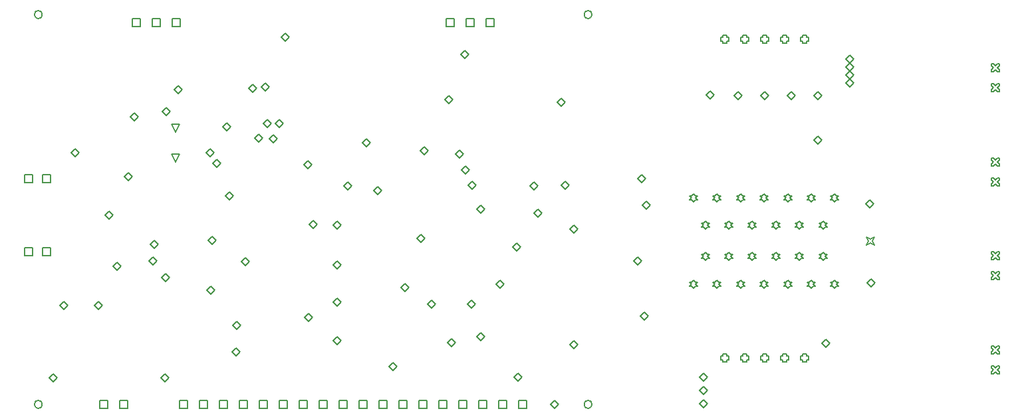
<source format=gbr>
%TF.GenerationSoftware,Altium Limited,Altium Designer,19.0.10 (269)*%
G04 Layer_Color=2752767*
%FSLAX26Y26*%
%MOIN*%
%TF.FileFunction,Drawing*%
%TF.Part,Single*%
G01*
G75*
%TA.AperFunction,NonConductor*%
%ADD98C,0.005000*%
%ADD99C,0.006667*%
D98*
X31181Y1210315D02*
Y1250315D01*
X71181D01*
Y1210315D01*
X31181D01*
X119764Y844173D02*
Y884173D01*
X159764D01*
Y844173D01*
X119764D01*
X31181D02*
Y884173D01*
X71181D01*
Y844173D01*
X31181D01*
X119764Y1210315D02*
Y1250315D01*
X159764D01*
Y1210315D01*
X119764D01*
X2342205Y1995748D02*
Y2035748D01*
X2382205D01*
Y1995748D01*
X2342205D01*
X2242205D02*
Y2035748D01*
X2282205D01*
Y1995748D01*
X2242205D01*
X2142205D02*
Y2035748D01*
X2182205D01*
Y1995748D01*
X2142205D01*
X570551D02*
Y2035748D01*
X610551D01*
Y1995748D01*
X570551D01*
X670551D02*
Y2035748D01*
X710551D01*
Y1995748D01*
X670551D01*
X770551D02*
Y2035748D01*
X810551D01*
Y1995748D01*
X770551D01*
X2506378Y78425D02*
Y118425D01*
X2546378D01*
Y78425D01*
X2506378D01*
X2406378D02*
Y118425D01*
X2446378D01*
Y78425D01*
X2406378D01*
X2306378D02*
Y118425D01*
X2346378D01*
Y78425D01*
X2306378D01*
X2206378D02*
Y118425D01*
X2246378D01*
Y78425D01*
X2206378D01*
X2106378D02*
Y118425D01*
X2146378D01*
Y78425D01*
X2106378D01*
X2006378D02*
Y118425D01*
X2046378D01*
Y78425D01*
X2006378D01*
X1906378D02*
Y118425D01*
X1946378D01*
Y78425D01*
X1906378D01*
X1806378D02*
Y118425D01*
X1846378D01*
Y78425D01*
X1806378D01*
X1706378D02*
Y118425D01*
X1746378D01*
Y78425D01*
X1706378D01*
X1606378D02*
Y118425D01*
X1646378D01*
Y78425D01*
X1606378D01*
X1506378D02*
Y118425D01*
X1546378D01*
Y78425D01*
X1506378D01*
X1406378D02*
Y118425D01*
X1446378D01*
Y78425D01*
X1406378D01*
X1306378D02*
Y118425D01*
X1346378D01*
Y78425D01*
X1306378D01*
X1206378D02*
Y118425D01*
X1246378D01*
Y78425D01*
X1206378D01*
X1106378D02*
Y118425D01*
X1146378D01*
Y78425D01*
X1106378D01*
X1006378D02*
Y118425D01*
X1046378D01*
Y78425D01*
X1006378D01*
X906378D02*
Y118425D01*
X946378D01*
Y78425D01*
X906378D01*
X806378D02*
Y118425D01*
X846378D01*
Y78425D01*
X806378D01*
X506378D02*
Y118425D01*
X546378D01*
Y78425D01*
X506378D01*
X406378D02*
Y118425D01*
X446378D01*
Y78425D01*
X406378D01*
X785433Y1314449D02*
X765433Y1354449D01*
X805433D01*
X785433Y1314449D01*
Y1464449D02*
X765433Y1504449D01*
X805433D01*
X785433Y1464449D01*
X3382677Y683307D02*
X3392677Y693307D01*
X3402677D01*
X3392677Y703307D01*
X3402677Y713307D01*
X3392677D01*
X3382677Y723307D01*
X3372677Y713307D01*
X3362677D01*
X3372677Y703307D01*
X3362677Y693307D01*
X3372677D01*
X3382677Y683307D01*
X3500787D02*
X3510787Y693307D01*
X3520787D01*
X3510787Y703307D01*
X3520787Y713307D01*
X3510787D01*
X3500787Y723307D01*
X3490787Y713307D01*
X3480787D01*
X3490787Y703307D01*
X3480787Y693307D01*
X3490787D01*
X3500787Y683307D01*
X3618898D02*
X3628898Y693307D01*
X3638898D01*
X3628898Y703307D01*
X3638898Y713307D01*
X3628898D01*
X3618898Y723307D01*
X3608898Y713307D01*
X3598898D01*
X3608898Y703307D01*
X3598898Y693307D01*
X3608898D01*
X3618898Y683307D01*
X3737008D02*
X3747008Y693307D01*
X3757008D01*
X3747008Y703307D01*
X3757008Y713307D01*
X3747008D01*
X3737008Y723307D01*
X3727008Y713307D01*
X3717008D01*
X3727008Y703307D01*
X3717008Y693307D01*
X3727008D01*
X3737008Y683307D01*
X3855118D02*
X3865118Y693307D01*
X3875118D01*
X3865118Y703307D01*
X3875118Y713307D01*
X3865118D01*
X3855118Y723307D01*
X3845118Y713307D01*
X3835118D01*
X3845118Y703307D01*
X3835118Y693307D01*
X3845118D01*
X3855118Y683307D01*
X3973228D02*
X3983228Y693307D01*
X3993228D01*
X3983228Y703307D01*
X3993228Y713307D01*
X3983228D01*
X3973228Y723307D01*
X3963228Y713307D01*
X3953228D01*
X3963228Y703307D01*
X3953228Y693307D01*
X3963228D01*
X3973228Y683307D01*
X4091339D02*
X4101339Y693307D01*
X4111339D01*
X4101339Y703307D01*
X4111339Y713307D01*
X4101339D01*
X4091339Y723307D01*
X4081339Y713307D01*
X4071339D01*
X4081339Y703307D01*
X4071339Y693307D01*
X4081339D01*
X4091339Y683307D01*
X3441732Y821102D02*
X3451732Y831102D01*
X3461732D01*
X3451732Y841102D01*
X3461732Y851102D01*
X3451732D01*
X3441732Y861102D01*
X3431732Y851102D01*
X3421732D01*
X3431732Y841102D01*
X3421732Y831102D01*
X3431732D01*
X3441732Y821102D01*
X3559843D02*
X3569843Y831102D01*
X3579843D01*
X3569843Y841102D01*
X3579843Y851102D01*
X3569843D01*
X3559843Y861102D01*
X3549843Y851102D01*
X3539843D01*
X3549843Y841102D01*
X3539843Y831102D01*
X3549843D01*
X3559843Y821102D01*
X3677953D02*
X3687953Y831102D01*
X3697953D01*
X3687953Y841102D01*
X3697953Y851102D01*
X3687953D01*
X3677953Y861102D01*
X3667953Y851102D01*
X3657953D01*
X3667953Y841102D01*
X3657953Y831102D01*
X3667953D01*
X3677953Y821102D01*
X3796063D02*
X3806063Y831102D01*
X3816063D01*
X3806063Y841102D01*
X3816063Y851102D01*
X3806063D01*
X3796063Y861102D01*
X3786063Y851102D01*
X3776063D01*
X3786063Y841102D01*
X3776063Y831102D01*
X3786063D01*
X3796063Y821102D01*
X3914173D02*
X3924173Y831102D01*
X3934173D01*
X3924173Y841102D01*
X3934173Y851102D01*
X3924173D01*
X3914173Y861102D01*
X3904173Y851102D01*
X3894173D01*
X3904173Y841102D01*
X3894173Y831102D01*
X3904173D01*
X3914173Y821102D01*
X4032284D02*
X4042284Y831102D01*
X4052284D01*
X4042284Y841102D01*
X4052284Y851102D01*
X4042284D01*
X4032284Y861102D01*
X4022284Y851102D01*
X4012284D01*
X4022284Y841102D01*
X4012284Y831102D01*
X4022284D01*
X4032284Y821102D01*
X3441732Y978583D02*
X3451732Y988583D01*
X3461732D01*
X3451732Y998583D01*
X3461732Y1008583D01*
X3451732D01*
X3441732Y1018583D01*
X3431732Y1008583D01*
X3421732D01*
X3431732Y998583D01*
X3421732Y988583D01*
X3431732D01*
X3441732Y978583D01*
X3559843D02*
X3569843Y988583D01*
X3579843D01*
X3569843Y998583D01*
X3579843Y1008583D01*
X3569843D01*
X3559843Y1018583D01*
X3549843Y1008583D01*
X3539843D01*
X3549843Y998583D01*
X3539843Y988583D01*
X3549843D01*
X3559843Y978583D01*
X3677953D02*
X3687953Y988583D01*
X3697953D01*
X3687953Y998583D01*
X3697953Y1008583D01*
X3687953D01*
X3677953Y1018583D01*
X3667953Y1008583D01*
X3657953D01*
X3667953Y998583D01*
X3657953Y988583D01*
X3667953D01*
X3677953Y978583D01*
X3796063D02*
X3806063Y988583D01*
X3816063D01*
X3806063Y998583D01*
X3816063Y1008583D01*
X3806063D01*
X3796063Y1018583D01*
X3786063Y1008583D01*
X3776063D01*
X3786063Y998583D01*
X3776063Y988583D01*
X3786063D01*
X3796063Y978583D01*
X3914173D02*
X3924173Y988583D01*
X3934173D01*
X3924173Y998583D01*
X3934173Y1008583D01*
X3924173D01*
X3914173Y1018583D01*
X3904173Y1008583D01*
X3894173D01*
X3904173Y998583D01*
X3894173Y988583D01*
X3904173D01*
X3914173Y978583D01*
X4032284D02*
X4042284Y988583D01*
X4052284D01*
X4042284Y998583D01*
X4052284Y1008583D01*
X4042284D01*
X4032284Y1018583D01*
X4022284Y1008583D01*
X4012284D01*
X4022284Y998583D01*
X4012284Y988583D01*
X4022284D01*
X4032284Y978583D01*
X3382677Y1116378D02*
X3392677Y1126378D01*
X3402677D01*
X3392677Y1136378D01*
X3402677Y1146378D01*
X3392677D01*
X3382677Y1156378D01*
X3372677Y1146378D01*
X3362677D01*
X3372677Y1136378D01*
X3362677Y1126378D01*
X3372677D01*
X3382677Y1116378D01*
X3500787D02*
X3510787Y1126378D01*
X3520787D01*
X3510787Y1136378D01*
X3520787Y1146378D01*
X3510787D01*
X3500787Y1156378D01*
X3490787Y1146378D01*
X3480787D01*
X3490787Y1136378D01*
X3480787Y1126378D01*
X3490787D01*
X3500787Y1116378D01*
X3618898D02*
X3628898Y1126378D01*
X3638898D01*
X3628898Y1136378D01*
X3638898Y1146378D01*
X3628898D01*
X3618898Y1156378D01*
X3608898Y1146378D01*
X3598898D01*
X3608898Y1136378D01*
X3598898Y1126378D01*
X3608898D01*
X3618898Y1116378D01*
X3737008D02*
X3747008Y1126378D01*
X3757008D01*
X3747008Y1136378D01*
X3757008Y1146378D01*
X3747008D01*
X3737008Y1156378D01*
X3727008Y1146378D01*
X3717008D01*
X3727008Y1136378D01*
X3717008Y1126378D01*
X3727008D01*
X3737008Y1116378D01*
X3855118D02*
X3865118Y1126378D01*
X3875118D01*
X3865118Y1136378D01*
X3875118Y1146378D01*
X3865118D01*
X3855118Y1156378D01*
X3845118Y1146378D01*
X3835118D01*
X3845118Y1136378D01*
X3835118Y1126378D01*
X3845118D01*
X3855118Y1116378D01*
X3973228D02*
X3983228Y1126378D01*
X3993228D01*
X3983228Y1136378D01*
X3993228Y1146378D01*
X3983228D01*
X3973228Y1156378D01*
X3963228Y1146378D01*
X3953228D01*
X3963228Y1136378D01*
X3953228Y1126378D01*
X3963228D01*
X3973228Y1116378D01*
X4091339D02*
X4101339Y1126378D01*
X4111339D01*
X4101339Y1136378D01*
X4111339Y1146378D01*
X4101339D01*
X4091339Y1156378D01*
X4081339Y1146378D01*
X4071339D01*
X4081339Y1136378D01*
X4071339Y1126378D01*
X4081339D01*
X4091339Y1116378D01*
X4248504Y899842D02*
X4258504Y919842D01*
X4248504Y939842D01*
X4268504Y929842D01*
X4288504Y939842D01*
X4278504Y919842D01*
X4288504Y899842D01*
X4268504Y909842D01*
X4248504Y899842D01*
X3530157Y1920433D02*
Y1910433D01*
X3550157D01*
Y1920433D01*
X3560157D01*
Y1940433D01*
X3550157D01*
Y1950433D01*
X3530157D01*
Y1940433D01*
X3520157D01*
Y1920433D01*
X3530157D01*
X3630157D02*
Y1910433D01*
X3650157D01*
Y1920433D01*
X3660157D01*
Y1940433D01*
X3650157D01*
Y1950433D01*
X3630157D01*
Y1940433D01*
X3620157D01*
Y1920433D01*
X3630157D01*
X3730157D02*
Y1910433D01*
X3750157D01*
Y1920433D01*
X3760157D01*
Y1940433D01*
X3750157D01*
Y1950433D01*
X3730157D01*
Y1940433D01*
X3720157D01*
Y1920433D01*
X3730157D01*
X3830157D02*
Y1910433D01*
X3850157D01*
Y1920433D01*
X3860157D01*
Y1940433D01*
X3850157D01*
Y1950433D01*
X3830157D01*
Y1940433D01*
X3820157D01*
Y1920433D01*
X3830157D01*
X3930157D02*
Y1910433D01*
X3950157D01*
Y1920433D01*
X3960157D01*
Y1940433D01*
X3950157D01*
Y1950433D01*
X3930157D01*
Y1940433D01*
X3920157D01*
Y1920433D01*
X3930157D01*
Y320433D02*
Y310433D01*
X3950157D01*
Y320433D01*
X3960157D01*
Y340433D01*
X3950157D01*
Y350433D01*
X3930157D01*
Y340433D01*
X3920157D01*
Y320433D01*
X3930157D01*
X3830157D02*
Y310433D01*
X3850157D01*
Y320433D01*
X3860157D01*
Y340433D01*
X3850157D01*
Y350433D01*
X3830157D01*
Y340433D01*
X3820157D01*
Y320433D01*
X3830157D01*
X3730157D02*
Y310433D01*
X3750157D01*
Y320433D01*
X3760157D01*
Y340433D01*
X3750157D01*
Y350433D01*
X3730157D01*
Y340433D01*
X3720157D01*
Y320433D01*
X3730157D01*
X3630157D02*
Y310433D01*
X3650157D01*
Y320433D01*
X3660157D01*
Y340433D01*
X3650157D01*
Y350433D01*
X3630157D01*
Y340433D01*
X3620157D01*
Y320433D01*
X3630157D01*
X3530157D02*
Y310433D01*
X3550157D01*
Y320433D01*
X3560157D01*
Y340433D01*
X3550157D01*
Y350433D01*
X3530157D01*
Y340433D01*
X3520157D01*
Y320433D01*
X3530157D01*
X4876614Y1768937D02*
X4886614D01*
X4896614Y1778937D01*
X4906614Y1768937D01*
X4916614D01*
Y1778937D01*
X4906614Y1788937D01*
X4916614Y1798937D01*
Y1808937D01*
X4906614D01*
X4896614Y1798937D01*
X4886614Y1808937D01*
X4876614D01*
Y1798937D01*
X4886614Y1788937D01*
X4876614Y1778937D01*
Y1768937D01*
Y1668937D02*
X4886614D01*
X4896614Y1678937D01*
X4906614Y1668937D01*
X4916614D01*
Y1678937D01*
X4906614Y1688937D01*
X4916614Y1698937D01*
Y1708937D01*
X4906614D01*
X4896614Y1698937D01*
X4886614Y1708937D01*
X4876614D01*
Y1698937D01*
X4886614Y1688937D01*
X4876614Y1678937D01*
Y1668937D01*
Y1296496D02*
X4886614D01*
X4896614Y1306496D01*
X4906614Y1296496D01*
X4916614D01*
Y1306496D01*
X4906614Y1316496D01*
X4916614Y1326496D01*
Y1336496D01*
X4906614D01*
X4896614Y1326496D01*
X4886614Y1336496D01*
X4876614D01*
Y1326496D01*
X4886614Y1316496D01*
X4876614Y1306496D01*
Y1296496D01*
Y1196496D02*
X4886614D01*
X4896614Y1206496D01*
X4906614Y1196496D01*
X4916614D01*
Y1206496D01*
X4906614Y1216496D01*
X4916614Y1226496D01*
Y1236496D01*
X4906614D01*
X4896614Y1226496D01*
X4886614Y1236496D01*
X4876614D01*
Y1226496D01*
X4886614Y1216496D01*
X4876614Y1206496D01*
Y1196496D01*
Y824055D02*
X4886614D01*
X4896614Y834055D01*
X4906614Y824055D01*
X4916614D01*
Y834055D01*
X4906614Y844055D01*
X4916614Y854055D01*
Y864055D01*
X4906614D01*
X4896614Y854055D01*
X4886614Y864055D01*
X4876614D01*
Y854055D01*
X4886614Y844055D01*
X4876614Y834055D01*
Y824055D01*
Y724055D02*
X4886614D01*
X4896614Y734055D01*
X4906614Y724055D01*
X4916614D01*
Y734055D01*
X4906614Y744055D01*
X4916614Y754055D01*
Y764055D01*
X4906614D01*
X4896614Y754055D01*
X4886614Y764055D01*
X4876614D01*
Y754055D01*
X4886614Y744055D01*
X4876614Y734055D01*
Y724055D01*
Y351614D02*
X4886614D01*
X4896614Y361614D01*
X4906614Y351614D01*
X4916614D01*
Y361614D01*
X4906614Y371614D01*
X4916614Y381614D01*
Y391614D01*
X4906614D01*
X4896614Y381614D01*
X4886614Y391614D01*
X4876614D01*
Y381614D01*
X4886614Y371614D01*
X4876614Y361614D01*
Y351614D01*
Y251614D02*
X4886614D01*
X4896614Y261614D01*
X4906614Y251614D01*
X4916614D01*
Y261614D01*
X4906614Y271614D01*
X4916614Y281614D01*
Y291614D01*
X4906614D01*
X4896614Y281614D01*
X4886614Y291614D01*
X4876614D01*
Y281614D01*
X4886614Y271614D01*
X4876614Y261614D01*
Y251614D01*
X1215236Y1691929D02*
X1235236Y1711929D01*
X1255236Y1691929D01*
X1235236Y1671929D01*
X1215236Y1691929D01*
X1152244Y1685039D02*
X1172244Y1705039D01*
X1192244Y1685039D01*
X1172244Y1665039D01*
X1152244Y1685039D01*
X1228032Y1508858D02*
X1248032Y1528858D01*
X1268032Y1508858D01*
X1248032Y1488858D01*
X1228032Y1508858D01*
X1286102Y1507874D02*
X1306102Y1527874D01*
X1326102Y1507874D01*
X1306102Y1487874D01*
X1286102Y1507874D01*
X4145354Y1830669D02*
X4165354Y1850669D01*
X4185354Y1830669D01*
X4165354Y1810669D01*
X4145354Y1830669D01*
Y1790669D02*
X4165354Y1810669D01*
X4185354Y1790669D01*
X4165354Y1770669D01*
X4145354Y1790669D01*
Y1710669D02*
X4165354Y1730669D01*
X4185354Y1710669D01*
X4165354Y1690669D01*
X4145354Y1710669D01*
Y1750669D02*
X4165354Y1770669D01*
X4185354Y1750669D01*
X4165354Y1730669D01*
X4145354Y1750669D01*
X3447520Y1650591D02*
X3467520Y1670591D01*
X3487520Y1650591D01*
X3467520Y1630591D01*
X3447520Y1650591D01*
X3984921Y1648622D02*
X4004921Y1668622D01*
X4024921Y1648622D01*
X4004921Y1628622D01*
X3984921Y1648622D01*
X3586299D02*
X3606299Y1668622D01*
X3626299Y1648622D01*
X3606299Y1628622D01*
X3586299Y1648622D01*
X3853032Y1649606D02*
X3873032Y1669606D01*
X3893032Y1649606D01*
X3873032Y1629606D01*
X3853032Y1649606D01*
X3720157D02*
X3740157Y1669606D01*
X3760157Y1649606D01*
X3740157Y1629606D01*
X3720157Y1649606D01*
X1184725Y1436024D02*
X1204725Y1456024D01*
X1224725Y1436024D01*
X1204725Y1416024D01*
X1184725Y1436024D01*
X721142Y1566929D02*
X741142Y1586929D01*
X761142Y1566929D01*
X741142Y1546929D01*
X721142Y1566929D01*
X1316902Y1940945D02*
X1336902Y1960945D01*
X1356902Y1940945D01*
X1336902Y1920945D01*
X1316902Y1940945D01*
X2216220Y1854331D02*
X2236220Y1874331D01*
X2256220Y1854331D01*
X2236220Y1834331D01*
X2216220Y1854331D01*
X1997666Y933182D02*
X2017666Y953182D01*
X2037666Y933182D01*
X2017666Y913182D01*
X1997666Y933182D01*
X3125611Y1098425D02*
X3145611Y1118425D01*
X3165611Y1098425D01*
X3145611Y1078425D01*
X3125611Y1098425D01*
X3082362Y817913D02*
X3102362Y837913D01*
X3122362Y817913D01*
X3102362Y797913D01*
X3082362Y817913D01*
X3115256Y541339D02*
X3135256Y561339D01*
X3155256Y541339D01*
X3135256Y521339D01*
X3115256Y541339D01*
X4027244Y405512D02*
X4047244Y425512D01*
X4067244Y405512D01*
X4047244Y385512D01*
X4027244Y405512D01*
X3984921Y1425197D02*
X4004921Y1445197D01*
X4024921Y1425197D01*
X4004921Y1405197D01*
X3984921Y1425197D01*
X4251654Y708307D02*
X4271654Y728307D01*
X4291654Y708307D01*
X4271654Y688307D01*
X4251654Y708307D01*
X4247717Y1103975D02*
X4267717Y1123975D01*
X4287717Y1103975D01*
X4267717Y1083975D01*
X4247717Y1103975D01*
X1432756Y535118D02*
X1452756Y555118D01*
X1472756Y535118D01*
X1452756Y515118D01*
X1432756Y535118D01*
X659460Y901575D02*
X679460Y921575D01*
X699460Y901575D01*
X679460Y881575D01*
X659460Y901575D01*
X944567Y673228D02*
X964567Y693228D01*
X984567Y673228D01*
X964567Y653228D01*
X944567Y673228D01*
X1074488Y496063D02*
X1094488Y516063D01*
X1114488Y496063D01*
X1094488Y476063D01*
X1074488Y496063D01*
X153228Y232284D02*
X173228Y252284D01*
X193228Y232284D01*
X173228Y212284D01*
X153228Y232284D01*
X1035118Y1144410D02*
X1055118Y1164410D01*
X1075118Y1144410D01*
X1055118Y1124410D01*
X1035118Y1144410D01*
X432269Y1047244D02*
X452269Y1067244D01*
X472269Y1047244D01*
X452269Y1027244D01*
X432269Y1047244D01*
X263465Y1362205D02*
X283465Y1382205D01*
X303465Y1362205D01*
X283465Y1342205D01*
X263465Y1362205D01*
X1255591Y1432087D02*
X1275591Y1452087D01*
X1295591Y1432087D01*
X1275591Y1412087D01*
X1255591Y1432087D01*
X1428819Y1300440D02*
X1448819Y1320440D01*
X1468819Y1300440D01*
X1448819Y1280440D01*
X1428819Y1300440D01*
X1724094Y1411174D02*
X1744094Y1431174D01*
X1764094Y1411174D01*
X1744094Y1391174D01*
X1724094Y1411174D01*
X2011496Y1373032D02*
X2031496Y1393032D01*
X2051496Y1373032D01*
X2031496Y1353032D01*
X2011496Y1373032D01*
X1917008Y685039D02*
X1937008Y705039D01*
X1957008Y685039D01*
X1937008Y665039D01*
X1917008Y685039D01*
X2149291Y409449D02*
X2169291Y429449D01*
X2189291Y409449D01*
X2169291Y389449D01*
X2149291Y409449D01*
X2483937Y236220D02*
X2503937Y256221D01*
X2523937Y236220D01*
X2503937Y216220D01*
X2483937Y236220D01*
X2665039Y98425D02*
X2685039Y118425D01*
X2705039Y98425D01*
X2685039Y78425D01*
X2665039Y98425D01*
X2392976Y700787D02*
X2412976Y720787D01*
X2432976Y700787D01*
X2412976Y680787D01*
X2392976Y700787D01*
X2583346Y1059732D02*
X2603346Y1079732D01*
X2623346Y1059732D01*
X2603346Y1039732D01*
X2583346Y1059732D01*
X2720157Y1196850D02*
X2740157Y1216850D01*
X2760157Y1196850D01*
X2740157Y1176850D01*
X2720157Y1196850D01*
X2137480Y1629921D02*
X2157480Y1649921D01*
X2177480Y1629921D01*
X2157480Y1609921D01*
X2137480Y1629921D01*
X2700551Y1615157D02*
X2720551Y1635157D01*
X2740551Y1615157D01*
X2720551Y1595157D01*
X2700551Y1615157D01*
X3102047Y1233268D02*
X3122047Y1253268D01*
X3142047Y1233268D01*
X3122047Y1213268D01*
X3102047Y1233268D01*
X1455406Y1000079D02*
X1475406Y1020079D01*
X1495406Y1000079D01*
X1475406Y980079D01*
X1455406Y1000079D01*
X529724Y1241931D02*
X549724Y1261931D01*
X569724Y1241931D01*
X549724Y1221931D01*
X529724Y1241931D01*
X2296929Y1077756D02*
X2316929Y1097756D01*
X2336929Y1077756D01*
X2316929Y1057756D01*
X2296929Y1077756D01*
Y437992D02*
X2316929Y457992D01*
X2336929Y437992D01*
X2316929Y417992D01*
X2296929Y437992D01*
X2561693Y1193648D02*
X2581693Y1213648D01*
X2601693Y1193648D01*
X2581693Y1173648D01*
X2561693Y1193648D01*
X779213Y1678150D02*
X799213Y1698150D01*
X819213Y1678150D01*
X799213Y1658150D01*
X779213Y1678150D01*
X1116811Y815945D02*
X1136811Y835945D01*
X1156811Y815945D01*
X1136811Y795945D01*
X1116811Y815945D01*
X717205Y736221D02*
X737205Y756221D01*
X757205Y736221D01*
X737205Y716221D01*
X717205Y736221D01*
X1855000Y288386D02*
X1875000Y308386D01*
X1895000Y288386D01*
X1875000Y268386D01*
X1855000Y288386D01*
X2764291Y399606D02*
X2784291Y419606D01*
X2804291Y399606D01*
X2784291Y379606D01*
X2764291Y399606D01*
X3411851Y102362D02*
X3431851Y122362D01*
X3451851Y102362D01*
X3431851Y82362D01*
X3411851Y102362D01*
Y169291D02*
X3431851Y189291D01*
X3451851Y169291D01*
X3431851Y149291D01*
X3411851Y169291D01*
Y236220D02*
X3431851Y256220D01*
X3451851Y236220D01*
X3431851Y216220D01*
X3411851Y236220D01*
X1070551Y362205D02*
X1090551Y382205D01*
X1110551Y362205D01*
X1090551Y342205D01*
X1070551Y362205D01*
X2220157Y1275591D02*
X2240157Y1295591D01*
X2260157Y1275591D01*
X2240157Y1255591D01*
X2220157Y1275591D01*
X2251653Y1196850D02*
X2271653Y1216850D01*
X2291653Y1196850D01*
X2271653Y1176850D01*
X2251653Y1196850D01*
X2188661Y1353347D02*
X2208661Y1373347D01*
X2228661Y1353347D01*
X2208661Y1333347D01*
X2188661Y1353347D01*
X1575524Y418358D02*
X1595524Y438358D01*
X1615524Y418358D01*
X1595524Y398358D01*
X1575524Y418358D01*
X1575472Y798925D02*
X1595472Y818925D01*
X1615472Y798925D01*
X1595472Y778925D01*
X1575472Y798925D01*
Y610236D02*
X1595472Y630236D01*
X1615472Y610236D01*
X1595472Y590236D01*
X1575472Y610236D01*
X1575760Y997311D02*
X1595760Y1017311D01*
X1615760Y997311D01*
X1595760Y977311D01*
X1575760Y997311D01*
X1628622Y1194882D02*
X1648622Y1214882D01*
X1668622Y1194882D01*
X1648622Y1174882D01*
X1628622Y1194882D01*
X1779213Y1170276D02*
X1799213Y1190276D01*
X1819213Y1170276D01*
X1799213Y1150276D01*
X1779213Y1170276D01*
X654213Y817913D02*
X674213Y837913D01*
X694213Y817913D01*
X674213Y797913D01*
X654213Y817913D01*
X472126Y791339D02*
X492126Y811339D01*
X512126Y791339D01*
X492126Y771339D01*
X472126Y791339D01*
X206378Y594488D02*
X226378Y614488D01*
X246378Y594488D01*
X226378Y574488D01*
X206378Y594488D01*
X380591D02*
X400591Y614488D01*
X420591Y594488D01*
X400591Y574488D01*
X380591Y594488D01*
X949488Y920276D02*
X969488Y940276D01*
X989488Y920276D01*
X969488Y900276D01*
X949488Y920276D01*
X559724Y1542323D02*
X579724Y1562323D01*
X599724Y1542323D01*
X579724Y1522323D01*
X559724Y1542323D01*
X714252Y233268D02*
X734252Y253268D01*
X754252Y233268D01*
X734252Y213268D01*
X714252Y233268D01*
X2763366Y978248D02*
X2783366Y998248D01*
X2803366Y978248D01*
X2783366Y958248D01*
X2763366Y978248D01*
X2476063Y889764D02*
X2496063Y909764D01*
X2516063Y889764D01*
X2496063Y869764D01*
X2476063Y889764D01*
X938662Y1360236D02*
X958662Y1380236D01*
X978662Y1360236D01*
X958662Y1340236D01*
X938662Y1360236D01*
X972126Y1308071D02*
X992126Y1328071D01*
X1012126Y1308071D01*
X992126Y1288071D01*
X972126Y1308071D01*
X1022323Y1491142D02*
X1042323Y1511142D01*
X1062323Y1491142D01*
X1042323Y1471142D01*
X1022323Y1491142D01*
X2050866Y601378D02*
X2070866Y621378D01*
X2090866Y601378D01*
X2070866Y581378D01*
X2050866Y601378D01*
X2251260Y602756D02*
X2271260Y622756D01*
X2291260Y602756D01*
X2271260Y582756D01*
X2251260Y602756D01*
D99*
X118425Y2055118D02*
G03*
X118425Y2055118I-20000J0D01*
G01*
X2874331D02*
G03*
X2874331Y2055118I-20000J0D01*
G01*
Y98425D02*
G03*
X2874331Y98425I-20000J0D01*
G01*
X118425D02*
G03*
X118425Y98425I-20000J0D01*
G01*
%TF.MD5,6777a13b43cf7497503a6bc057e44ede*%
M02*

</source>
